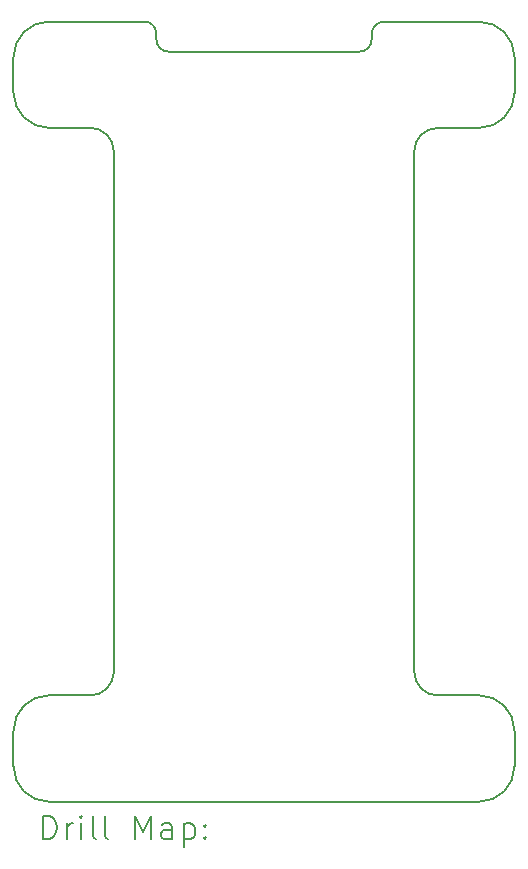
<source format=gbr>
%TF.GenerationSoftware,KiCad,Pcbnew,(6.0.8)*%
%TF.CreationDate,2023-01-13T13:27:28+01:00*%
%TF.ProjectId,NB-IoT_PCB_rev_1_1,4e422d49-6f54-45f5-9043-425f7265765f,rev?*%
%TF.SameCoordinates,Original*%
%TF.FileFunction,Drillmap*%
%TF.FilePolarity,Positive*%
%FSLAX45Y45*%
G04 Gerber Fmt 4.5, Leading zero omitted, Abs format (unit mm)*
G04 Created by KiCad (PCBNEW (6.0.8)) date 2023-01-13 13:27:28*
%MOMM*%
%LPD*%
G01*
G04 APERTURE LIST*
%ADD10C,0.150000*%
%ADD11C,0.200000*%
G04 APERTURE END LIST*
D10*
X12988380Y-11806000D02*
X12638380Y-11806000D01*
X12638380Y-11806000D02*
G75*
G03*
X12438380Y-12006000I0J-200000D01*
G01*
X12988380Y-10906000D02*
X12438380Y-10906000D01*
X13288380Y-11206000D02*
G75*
G03*
X12988380Y-10906000I-300000J0D01*
G01*
X13288380Y-11206000D02*
X13288380Y-11506000D01*
X12988380Y-11806000D02*
G75*
G03*
X13288380Y-11506000I0J300000D01*
G01*
X9345840Y-16610461D02*
G75*
G03*
X9045840Y-16910461I0J-300000D01*
G01*
X9345840Y-17510461D02*
X9895840Y-17510461D01*
X9045840Y-17210461D02*
X9045840Y-16910461D01*
X9345840Y-16610461D02*
X9695840Y-16610461D01*
X9045840Y-17210461D02*
G75*
G03*
X9345840Y-17510461I300000J0D01*
G01*
X9695840Y-16610461D02*
G75*
G03*
X9895840Y-16410461I0J200000D01*
G01*
X9045840Y-11505000D02*
G75*
G03*
X9345840Y-11805000I300000J0D01*
G01*
X9895840Y-10905000D02*
X9345840Y-10905000D01*
X9045840Y-11505000D02*
X9045840Y-11205000D01*
X9695840Y-11805000D02*
X9345840Y-11805000D01*
X9345840Y-10905000D02*
G75*
G03*
X9045840Y-11205000I0J-300000D01*
G01*
X9895840Y-12005000D02*
G75*
G03*
X9695840Y-11805000I-200000J0D01*
G01*
X12438380Y-16410461D02*
G75*
G03*
X12638380Y-16610461I200000J0D01*
G01*
X13288380Y-16910461D02*
X13288380Y-17210461D01*
X12988380Y-17510461D02*
G75*
G03*
X13288380Y-17210461I0J300000D01*
G01*
X13288380Y-16910461D02*
G75*
G03*
X12988380Y-16610461I-300000J0D01*
G01*
X12638380Y-16610461D02*
X12988380Y-16610461D01*
X12438380Y-17510461D02*
X12988380Y-17510461D01*
X9895840Y-12005000D02*
X9895840Y-16410461D01*
X12438380Y-12006000D02*
X12438380Y-16410461D01*
X12079000Y-11056000D02*
X12079000Y-11010000D01*
X10256000Y-11009000D02*
X10256000Y-11056000D01*
X10256000Y-11009000D02*
G75*
G03*
X10151000Y-10905000I-104500J-500D01*
G01*
X10151000Y-10905000D02*
X9895840Y-10905000D01*
X12438380Y-17510461D02*
X9895840Y-17510461D01*
X12183000Y-10906000D02*
X12438380Y-10906000D01*
X10359500Y-11160000D02*
X11975000Y-11160000D01*
X11975000Y-11160000D02*
G75*
G03*
X12079000Y-11056000I0J104000D01*
G01*
X10256000Y-11056000D02*
G75*
G03*
X10359500Y-11160000I103750J-250D01*
G01*
X12183000Y-10906000D02*
G75*
G03*
X12079000Y-11010000I0J-104000D01*
G01*
D11*
X9295959Y-17828437D02*
X9295959Y-17628437D01*
X9343578Y-17628437D01*
X9372150Y-17637961D01*
X9391197Y-17657009D01*
X9400721Y-17676056D01*
X9410245Y-17714151D01*
X9410245Y-17742723D01*
X9400721Y-17780818D01*
X9391197Y-17799866D01*
X9372150Y-17818913D01*
X9343578Y-17828437D01*
X9295959Y-17828437D01*
X9495959Y-17828437D02*
X9495959Y-17695104D01*
X9495959Y-17733199D02*
X9505483Y-17714151D01*
X9515007Y-17704628D01*
X9534054Y-17695104D01*
X9553102Y-17695104D01*
X9619769Y-17828437D02*
X9619769Y-17695104D01*
X9619769Y-17628437D02*
X9610245Y-17637961D01*
X9619769Y-17647485D01*
X9629292Y-17637961D01*
X9619769Y-17628437D01*
X9619769Y-17647485D01*
X9743578Y-17828437D02*
X9724530Y-17818913D01*
X9715007Y-17799866D01*
X9715007Y-17628437D01*
X9848340Y-17828437D02*
X9829292Y-17818913D01*
X9819769Y-17799866D01*
X9819769Y-17628437D01*
X10076911Y-17828437D02*
X10076911Y-17628437D01*
X10143578Y-17771294D01*
X10210245Y-17628437D01*
X10210245Y-17828437D01*
X10391197Y-17828437D02*
X10391197Y-17723675D01*
X10381673Y-17704628D01*
X10362626Y-17695104D01*
X10324530Y-17695104D01*
X10305483Y-17704628D01*
X10391197Y-17818913D02*
X10372150Y-17828437D01*
X10324530Y-17828437D01*
X10305483Y-17818913D01*
X10295959Y-17799866D01*
X10295959Y-17780818D01*
X10305483Y-17761770D01*
X10324530Y-17752247D01*
X10372150Y-17752247D01*
X10391197Y-17742723D01*
X10486435Y-17695104D02*
X10486435Y-17895104D01*
X10486435Y-17704628D02*
X10505483Y-17695104D01*
X10543578Y-17695104D01*
X10562626Y-17704628D01*
X10572150Y-17714151D01*
X10581673Y-17733199D01*
X10581673Y-17790342D01*
X10572150Y-17809389D01*
X10562626Y-17818913D01*
X10543578Y-17828437D01*
X10505483Y-17828437D01*
X10486435Y-17818913D01*
X10667388Y-17809389D02*
X10676911Y-17818913D01*
X10667388Y-17828437D01*
X10657864Y-17818913D01*
X10667388Y-17809389D01*
X10667388Y-17828437D01*
X10667388Y-17704628D02*
X10676911Y-17714151D01*
X10667388Y-17723675D01*
X10657864Y-17714151D01*
X10667388Y-17704628D01*
X10667388Y-17723675D01*
M02*

</source>
